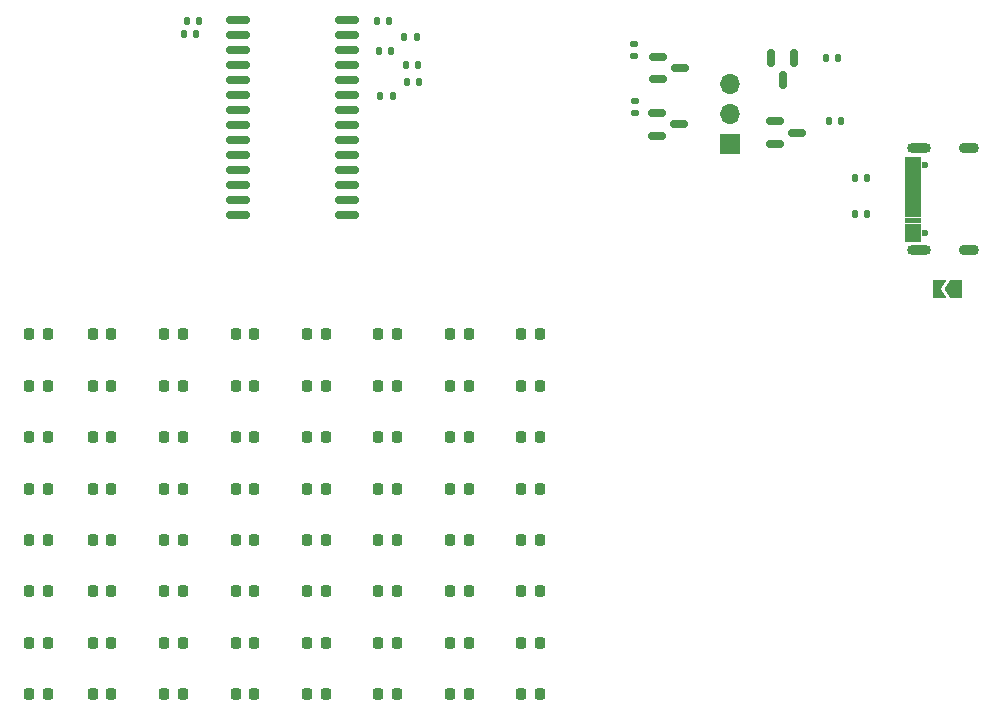
<source format=gbr>
%TF.GenerationSoftware,KiCad,Pcbnew,(7.0.0-0)*%
%TF.CreationDate,2023-03-12T05:29:05-07:00*%
%TF.ProjectId,TM1640_led_array,544d3136-3430-45f6-9c65-645f61727261,rev?*%
%TF.SameCoordinates,Original*%
%TF.FileFunction,Soldermask,Top*%
%TF.FilePolarity,Negative*%
%FSLAX46Y46*%
G04 Gerber Fmt 4.6, Leading zero omitted, Abs format (unit mm)*
G04 Created by KiCad (PCBNEW (7.0.0-0)) date 2023-03-12 05:29:05*
%MOMM*%
%LPD*%
G01*
G04 APERTURE LIST*
G04 Aperture macros list*
%AMRoundRect*
0 Rectangle with rounded corners*
0 $1 Rounding radius*
0 $2 $3 $4 $5 $6 $7 $8 $9 X,Y pos of 4 corners*
0 Add a 4 corners polygon primitive as box body*
4,1,4,$2,$3,$4,$5,$6,$7,$8,$9,$2,$3,0*
0 Add four circle primitives for the rounded corners*
1,1,$1+$1,$2,$3*
1,1,$1+$1,$4,$5*
1,1,$1+$1,$6,$7*
1,1,$1+$1,$8,$9*
0 Add four rect primitives between the rounded corners*
20,1,$1+$1,$2,$3,$4,$5,0*
20,1,$1+$1,$4,$5,$6,$7,0*
20,1,$1+$1,$6,$7,$8,$9,0*
20,1,$1+$1,$8,$9,$2,$3,0*%
%AMFreePoly0*
4,1,6,0.500000,-0.750000,-0.650000,-0.750000,-0.150000,0.000000,-0.650000,0.750000,0.500000,0.750000,0.500000,-0.750000,0.500000,-0.750000,$1*%
%AMFreePoly1*
4,1,6,1.000000,0.000000,0.500000,-0.750000,-0.500000,-0.750000,-0.500000,0.750000,0.500000,0.750000,1.000000,0.000000,1.000000,0.000000,$1*%
G04 Aperture macros list end*
%ADD10C,0.010000*%
%ADD11RoundRect,0.150000X0.875000X0.150000X-0.875000X0.150000X-0.875000X-0.150000X0.875000X-0.150000X0*%
%ADD12RoundRect,0.135000X-0.135000X-0.185000X0.135000X-0.185000X0.135000X0.185000X-0.135000X0.185000X0*%
%ADD13RoundRect,0.135000X-0.185000X0.135000X-0.185000X-0.135000X0.185000X-0.135000X0.185000X0.135000X0*%
%ADD14RoundRect,0.135000X0.135000X0.185000X-0.135000X0.185000X-0.135000X-0.185000X0.135000X-0.185000X0*%
%ADD15RoundRect,0.150000X-0.587500X-0.150000X0.587500X-0.150000X0.587500X0.150000X-0.587500X0.150000X0*%
%ADD16RoundRect,0.150000X-0.150000X0.587500X-0.150000X-0.587500X0.150000X-0.587500X0.150000X0.587500X0*%
%ADD17FreePoly0,180.000000*%
%ADD18FreePoly1,180.000000*%
%ADD19R,1.700000X1.700000*%
%ADD20O,1.700000X1.700000*%
%ADD21O,1.700000X0.900000*%
%ADD22O,2.000000X0.900000*%
%ADD23C,0.600000*%
%ADD24RoundRect,0.218750X-0.218750X-0.256250X0.218750X-0.256250X0.218750X0.256250X-0.218750X0.256250X0*%
G04 APERTURE END LIST*
%TO.C,J1*%
G36*
X143700000Y-79230000D02*
G01*
X142460000Y-79230000D01*
X142460000Y-78530000D01*
X143700000Y-78530000D01*
X143700000Y-79230000D01*
G37*
D10*
X143700000Y-79230000D02*
X142460000Y-79230000D01*
X142460000Y-78530000D01*
X143700000Y-78530000D01*
X143700000Y-79230000D01*
G36*
X143700000Y-84030000D02*
G01*
X142460000Y-84030000D01*
X142460000Y-83330000D01*
X143700000Y-83330000D01*
X143700000Y-84030000D01*
G37*
X143700000Y-84030000D02*
X142460000Y-84030000D01*
X142460000Y-83330000D01*
X143700000Y-83330000D01*
X143700000Y-84030000D01*
G36*
X143700000Y-78430000D02*
G01*
X142460000Y-78430000D01*
X142460000Y-77730000D01*
X143700000Y-77730000D01*
X143700000Y-78430000D01*
G37*
X143700000Y-78430000D02*
X142460000Y-78430000D01*
X142460000Y-77730000D01*
X143700000Y-77730000D01*
X143700000Y-78430000D01*
G36*
X143700000Y-84830000D02*
G01*
X142460000Y-84830000D01*
X142460000Y-84130000D01*
X143700000Y-84130000D01*
X143700000Y-84830000D01*
G37*
X143700000Y-84830000D02*
X142460000Y-84830000D01*
X142460000Y-84130000D01*
X143700000Y-84130000D01*
X143700000Y-84830000D01*
G36*
X143700000Y-81230000D02*
G01*
X142460000Y-81230000D01*
X142460000Y-80830000D01*
X143700000Y-80830000D01*
X143700000Y-81230000D01*
G37*
X143700000Y-81230000D02*
X142460000Y-81230000D01*
X142460000Y-80830000D01*
X143700000Y-80830000D01*
X143700000Y-81230000D01*
G36*
X143700000Y-81730000D02*
G01*
X142460000Y-81730000D01*
X142460000Y-81330000D01*
X143700000Y-81330000D01*
X143700000Y-81730000D01*
G37*
X143700000Y-81730000D02*
X142460000Y-81730000D01*
X142460000Y-81330000D01*
X143700000Y-81330000D01*
X143700000Y-81730000D01*
G36*
X143700000Y-80730000D02*
G01*
X142460000Y-80730000D01*
X142460000Y-80330000D01*
X143700000Y-80330000D01*
X143700000Y-80730000D01*
G37*
X143700000Y-80730000D02*
X142460000Y-80730000D01*
X142460000Y-80330000D01*
X143700000Y-80330000D01*
X143700000Y-80730000D01*
G36*
X143700000Y-80230000D02*
G01*
X142460000Y-80230000D01*
X142460000Y-79830000D01*
X143700000Y-79830000D01*
X143700000Y-80230000D01*
G37*
X143700000Y-80230000D02*
X142460000Y-80230000D01*
X142460000Y-79830000D01*
X143700000Y-79830000D01*
X143700000Y-80230000D01*
G36*
X143700000Y-79730000D02*
G01*
X142460000Y-79730000D01*
X142460000Y-79330000D01*
X143700000Y-79330000D01*
X143700000Y-79730000D01*
G37*
X143700000Y-79730000D02*
X142460000Y-79730000D01*
X142460000Y-79330000D01*
X143700000Y-79330000D01*
X143700000Y-79730000D01*
G36*
X143700000Y-82230000D02*
G01*
X142460000Y-82230000D01*
X142460000Y-81830000D01*
X143700000Y-81830000D01*
X143700000Y-82230000D01*
G37*
X143700000Y-82230000D02*
X142460000Y-82230000D01*
X142460000Y-81830000D01*
X143700000Y-81830000D01*
X143700000Y-82230000D01*
G36*
X143700000Y-82730000D02*
G01*
X142460000Y-82730000D01*
X142460000Y-82330000D01*
X143700000Y-82330000D01*
X143700000Y-82730000D01*
G37*
X143700000Y-82730000D02*
X142460000Y-82730000D01*
X142460000Y-82330000D01*
X143700000Y-82330000D01*
X143700000Y-82730000D01*
G36*
X143700000Y-83230000D02*
G01*
X142460000Y-83230000D01*
X142460000Y-82830000D01*
X143700000Y-82830000D01*
X143700000Y-83230000D01*
G37*
X143700000Y-83230000D02*
X142460000Y-83230000D01*
X142460000Y-82830000D01*
X143700000Y-82830000D01*
X143700000Y-83230000D01*
%TD*%
D11*
%TO.C,U1*%
X95237400Y-82639000D03*
X95237400Y-81369000D03*
X95237400Y-80099000D03*
X95237400Y-78829000D03*
X95237400Y-77559000D03*
X95237400Y-76289000D03*
X95237400Y-75019000D03*
X95237400Y-73749000D03*
X95237400Y-72479000D03*
X95237400Y-71209000D03*
X95237400Y-69939000D03*
X95237400Y-68669000D03*
X95237400Y-67399000D03*
X95237400Y-66129000D03*
X85937400Y-66129000D03*
X85937400Y-67399000D03*
X85937400Y-68669000D03*
X85937400Y-69939000D03*
X85937400Y-71209000D03*
X85937400Y-72479000D03*
X85937400Y-73749000D03*
X85937400Y-75019000D03*
X85937400Y-76289000D03*
X85937400Y-77559000D03*
X85937400Y-78829000D03*
X85937400Y-80099000D03*
X85937400Y-81369000D03*
X85937400Y-82639000D03*
%TD*%
D12*
%TO.C,R14*%
X136015000Y-74676000D03*
X137035000Y-74676000D03*
%TD*%
D13*
%TO.C,R13*%
X119608600Y-73992200D03*
X119608600Y-72972200D03*
%TD*%
%TO.C,R12*%
X119481600Y-69113400D03*
X119481600Y-68093400D03*
%TD*%
D12*
%TO.C,R11*%
X136781000Y-69342000D03*
X135761000Y-69342000D03*
%TD*%
%TO.C,R10*%
X82437800Y-67297400D03*
X81417800Y-67297400D03*
%TD*%
D14*
%TO.C,R9*%
X81621000Y-66205200D03*
X82641000Y-66205200D03*
%TD*%
%TO.C,R8*%
X100290200Y-71361400D03*
X101310200Y-71361400D03*
%TD*%
%TO.C,R7*%
X101081600Y-67500600D03*
X100061600Y-67500600D03*
%TD*%
%TO.C,R6*%
X97902600Y-68694400D03*
X98922600Y-68694400D03*
%TD*%
D12*
%TO.C,R5*%
X101196000Y-69875600D03*
X100176000Y-69875600D03*
%TD*%
D14*
%TO.C,R4*%
X97699400Y-66179800D03*
X98719400Y-66179800D03*
%TD*%
D12*
%TO.C,R3*%
X99049600Y-72529800D03*
X98029600Y-72529800D03*
%TD*%
D14*
%TO.C,R2*%
X139192000Y-82550000D03*
X138172000Y-82550000D03*
%TD*%
%TO.C,R1*%
X139192000Y-79502000D03*
X138172000Y-79502000D03*
%TD*%
D15*
%TO.C,Q4*%
X121442000Y-73980000D03*
X121442000Y-75880000D03*
X123317000Y-74930000D03*
%TD*%
%TO.C,Q3*%
X131445000Y-74681000D03*
X131445000Y-76581000D03*
X133320000Y-75631000D03*
%TD*%
%TO.C,Q2*%
X121490500Y-69215000D03*
X121490500Y-71115000D03*
X123365500Y-70165000D03*
%TD*%
D16*
%TO.C,Q1*%
X132080000Y-71168500D03*
X131130000Y-69293500D03*
X133030000Y-69293500D03*
%TD*%
D17*
%TO.C,JP1*%
X145290000Y-88900000D03*
D18*
X146740000Y-88900000D03*
%TD*%
D19*
%TO.C,J2*%
X127634999Y-76580999D03*
D20*
X127634999Y-74040999D03*
X127634999Y-71500999D03*
%TD*%
D21*
%TO.C,J1*%
X147829999Y-76954999D03*
X147829999Y-85604999D03*
D22*
X143659999Y-76954999D03*
X143659999Y-85604999D03*
D23*
X144150000Y-78390000D03*
X144150000Y-84170000D03*
%TD*%
D24*
%TO.C,D64*%
X87335000Y-123190000D03*
X85760000Y-123190000D03*
%TD*%
%TO.C,D63*%
X87335000Y-118835710D03*
X85760000Y-118835710D03*
%TD*%
%TO.C,D62*%
X87335000Y-114481425D03*
X85760000Y-114481425D03*
%TD*%
%TO.C,D61*%
X87335000Y-110127140D03*
X85760000Y-110127140D03*
%TD*%
%TO.C,D60*%
X87335000Y-105772855D03*
X85760000Y-105772855D03*
%TD*%
%TO.C,D59*%
X87335000Y-101418570D03*
X85760000Y-101418570D03*
%TD*%
%TO.C,D58*%
X87335000Y-97064285D03*
X85760000Y-97064285D03*
%TD*%
%TO.C,D57*%
X87335000Y-92710000D03*
X85760000Y-92710000D03*
%TD*%
%TO.C,D56*%
X93385000Y-123190000D03*
X91810000Y-123190000D03*
%TD*%
%TO.C,D55*%
X93385000Y-118835710D03*
X91810000Y-118835710D03*
%TD*%
%TO.C,D54*%
X93385000Y-114481425D03*
X91810000Y-114481425D03*
%TD*%
%TO.C,D53*%
X93385000Y-110127140D03*
X91810000Y-110127140D03*
%TD*%
%TO.C,D52*%
X93385000Y-105772855D03*
X91810000Y-105772855D03*
%TD*%
%TO.C,D51*%
X93385000Y-101418570D03*
X91810000Y-101418570D03*
%TD*%
%TO.C,D50*%
X93385000Y-97064285D03*
X91810000Y-97064285D03*
%TD*%
%TO.C,D49*%
X93385000Y-92710000D03*
X91810000Y-92710000D03*
%TD*%
%TO.C,D48*%
X109960000Y-123190000D03*
X111535000Y-123190000D03*
%TD*%
%TO.C,D47*%
X109960000Y-118835710D03*
X111535000Y-118835710D03*
%TD*%
%TO.C,D46*%
X109960000Y-114481425D03*
X111535000Y-114481425D03*
%TD*%
%TO.C,D45*%
X109960000Y-110127140D03*
X111535000Y-110127140D03*
%TD*%
%TO.C,D44*%
X109960000Y-105772855D03*
X111535000Y-105772855D03*
%TD*%
%TO.C,D43*%
X109960000Y-101418570D03*
X111535000Y-101418570D03*
%TD*%
%TO.C,D42*%
X109960000Y-97064285D03*
X111535000Y-97064285D03*
%TD*%
%TO.C,D41*%
X109960000Y-92710000D03*
X111535000Y-92710000D03*
%TD*%
%TO.C,D40*%
X73660000Y-123190000D03*
X75235000Y-123190000D03*
%TD*%
%TO.C,D39*%
X73660000Y-118835710D03*
X75235000Y-118835710D03*
%TD*%
%TO.C,D38*%
X73660000Y-114481425D03*
X75235000Y-114481425D03*
%TD*%
%TO.C,D37*%
X73660000Y-110127140D03*
X75235000Y-110127140D03*
%TD*%
%TO.C,D36*%
X73660000Y-105772855D03*
X75235000Y-105772855D03*
%TD*%
%TO.C,D35*%
X73660000Y-101418570D03*
X75235000Y-101418570D03*
%TD*%
%TO.C,D34*%
X73660000Y-97064285D03*
X75235000Y-97064285D03*
%TD*%
%TO.C,D33*%
X73660000Y-92710000D03*
X75235000Y-92710000D03*
%TD*%
%TO.C,D32*%
X103910000Y-123190000D03*
X105485000Y-123190000D03*
%TD*%
%TO.C,D31*%
X103910000Y-118835710D03*
X105485000Y-118835710D03*
%TD*%
%TO.C,D30*%
X103910000Y-114481425D03*
X105485000Y-114481425D03*
%TD*%
%TO.C,D29*%
X103910000Y-110127140D03*
X105485000Y-110127140D03*
%TD*%
%TO.C,D28*%
X103910000Y-105772855D03*
X105485000Y-105772855D03*
%TD*%
%TO.C,D27*%
X103910000Y-101418570D03*
X105485000Y-101418570D03*
%TD*%
%TO.C,D26*%
X103910000Y-97064285D03*
X105485000Y-97064285D03*
%TD*%
%TO.C,D25*%
X103910000Y-92710000D03*
X105485000Y-92710000D03*
%TD*%
%TO.C,D24*%
X97860000Y-123190000D03*
X99435000Y-123190000D03*
%TD*%
%TO.C,D23*%
X97860000Y-118835710D03*
X99435000Y-118835710D03*
%TD*%
%TO.C,D22*%
X97860000Y-114481425D03*
X99435000Y-114481425D03*
%TD*%
%TO.C,D21*%
X97860000Y-110127140D03*
X99435000Y-110127140D03*
%TD*%
%TO.C,D20*%
X97860000Y-105772855D03*
X99435000Y-105772855D03*
%TD*%
%TO.C,D19*%
X97860000Y-101418570D03*
X99435000Y-101418570D03*
%TD*%
%TO.C,D18*%
X97860000Y-97064285D03*
X99435000Y-97064285D03*
%TD*%
%TO.C,D17*%
X97860000Y-92710000D03*
X99435000Y-92710000D03*
%TD*%
%TO.C,D16*%
X69850000Y-123190000D03*
X68275000Y-123190000D03*
%TD*%
%TO.C,D15*%
X69850000Y-118835710D03*
X68275000Y-118835710D03*
%TD*%
%TO.C,D14*%
X69850000Y-114481425D03*
X68275000Y-114481425D03*
%TD*%
%TO.C,D13*%
X69850000Y-110127140D03*
X68275000Y-110127140D03*
%TD*%
%TO.C,D12*%
X69850000Y-105772855D03*
X68275000Y-105772855D03*
%TD*%
%TO.C,D11*%
X69850000Y-101418570D03*
X68275000Y-101418570D03*
%TD*%
%TO.C,D10*%
X69850000Y-97064285D03*
X68275000Y-97064285D03*
%TD*%
%TO.C,D9*%
X68275000Y-92710000D03*
X69850000Y-92710000D03*
%TD*%
%TO.C,D8*%
X79710000Y-123190000D03*
X81285000Y-123190000D03*
%TD*%
%TO.C,D7*%
X79710000Y-118835710D03*
X81285000Y-118835710D03*
%TD*%
%TO.C,D6*%
X79710000Y-114481425D03*
X81285000Y-114481425D03*
%TD*%
%TO.C,D5*%
X79710000Y-110127140D03*
X81285000Y-110127140D03*
%TD*%
%TO.C,D4*%
X79710000Y-105772855D03*
X81285000Y-105772855D03*
%TD*%
%TO.C,D3*%
X79710000Y-101418570D03*
X81285000Y-101418570D03*
%TD*%
%TO.C,D2*%
X79710000Y-97064285D03*
X81285000Y-97064285D03*
%TD*%
%TO.C,D1*%
X79710000Y-92710000D03*
X81285000Y-92710000D03*
%TD*%
M02*

</source>
